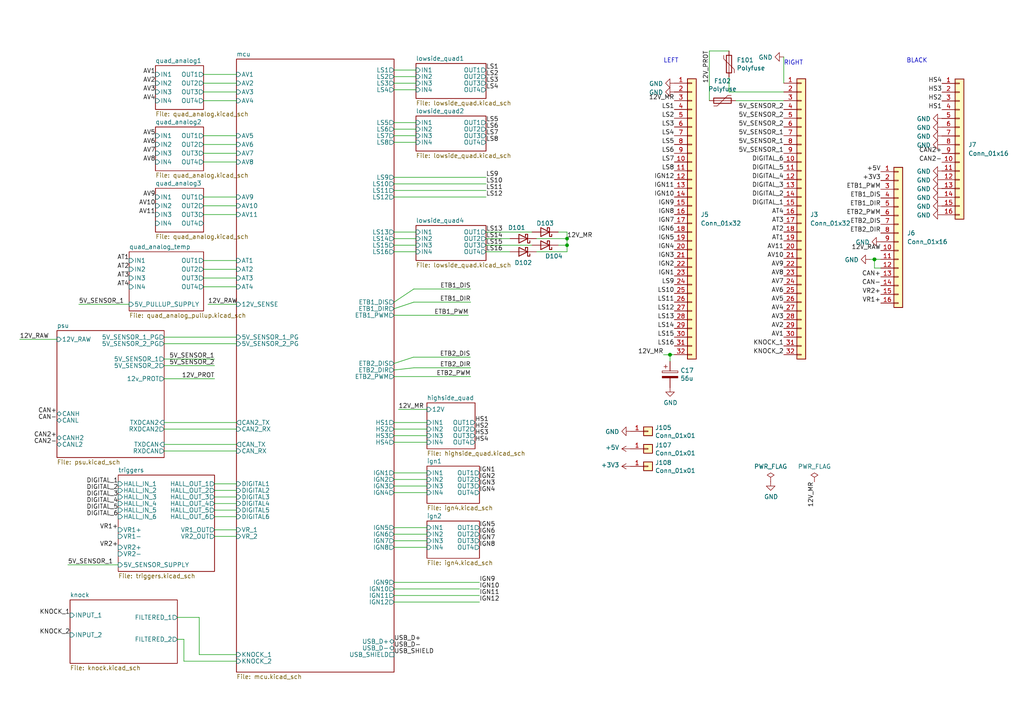
<source format=kicad_sch>
(kicad_sch (version 20211123) (generator eeschema)
  (paper "A4")
  (title_block (title "rusEfi Proteus") (date "2022-04-09") (rev "v0.7") (company "rusEFI") (comment 1 "github.com/mck1117/proteus") (comment 2 "rusefi.com/s/proteus"))
  (lib_symbols
    (symbol "Conn_01x16_1" (pin_names (offset 1.016) hide)
      (property "Reference" "J7" (at 2.54 0.0001 0))
      (property "Value" "Conn_01x16_1" (at 2.54 -2.5399 0))
      (symbol "Conn_01x16_1_1_1"
        (rectangle (start -1.27 -20.193) (end 0 -20.447) (stroke (width 0.1524)))
        (rectangle (start -1.27 -17.653) (end 0 -17.907) (stroke (width 0.1524)))
        (rectangle (start -1.27 -15.113) (end 0 -15.367) (stroke (width 0.1524)))
        (rectangle (start -1.27 -12.573) (end 0 -12.827) (stroke (width 0.1524)))
        (rectangle (start -1.27 -10.033) (end 0 -10.287) (stroke (width 0.1524)))
        (rectangle (start -1.27 -7.493) (end 0 -7.747) (stroke (width 0.1524)))
        (rectangle (start -1.27 -4.953) (end 0 -5.207) (stroke (width 0.1524)))
        (rectangle (start -1.27 -2.413) (end 0 -2.667) (stroke (width 0.1524)))
        (rectangle (start -1.27 0.127) (end 0 -0.127) (stroke (width 0.1524)))
        (rectangle (start -1.27 2.667) (end 0 2.413) (stroke (width 0.1524)))
        (rectangle (start -1.27 5.207) (end 0 4.953) (stroke (width 0.1524)))
        (rectangle (start -1.27 7.747) (end 0 7.493) (stroke (width 0.1524)))
        (rectangle (start -1.27 10.287) (end 0 10.033) (stroke (width 0.1524)))
        (rectangle (start -1.27 12.827) (end 0 12.573) (stroke (width 0.1524)))
        (rectangle (start -1.27 15.367) (end 0 15.113) (stroke (width 0.1524)))
        (rectangle (start -1.27 17.907) (end 0 17.653) (stroke (width 0.1524)))
        (rectangle (start -1.27 19.05) (end 1.27 -21.59) (stroke (width 0.254)) (fill (type background)))
        (pin passive line (at -5.08 17.78 0) (length 3.81) (name "Pin_1") (number "1"))
        (pin passive line (at -5.08 -5.08 0) (length 3.81) (name "Pin_10") (number "10"))
        (pin passive line (at -5.08 -7.62 0) (length 3.81) (name "Pin_11") (number "11"))
        (pin passive line (at -5.08 -10.16 0) (length 3.81) (name "Pin_12") (number "12"))
        (pin passive line (at -5.08 -12.7 0) (length 3.81) (name "Pin_13") (number "13"))
        (pin passive line (at -5.08 -15.24 0) (length 3.81) (name "Pin_14") (number "14"))
        (pin passive line (at -5.08 -17.78 0) (length 3.81) (name "Pin_15") (number "15"))
        (pin passive line (at -5.08 -20.32 0) (length 3.81) (name "Pin_16") (number "16"))
        (pin passive line (at -5.08 15.24 0) (length 3.81) (name "Pin_2") (number "2"))
        (pin passive line (at -5.08 12.7 0) (length 3.81) (name "Pin_3") (number "3"))
        (pin passive line (at -5.08 10.16 0) (length 3.81) (name "Pin_4") (number "4"))
        (pin passive line (at -5.08 7.62 0) (length 3.81) (name "Pin_5") (number "5"))
        (pin passive line (at -5.08 5.08 0) (length 3.81) (name "Pin_6") (number "6"))
        (pin passive line (at -5.08 2.54 0) (length 3.81) (name "Pin_7") (number "7"))
        (pin passive line (at -5.08 0 0) (length 3.81) (name "Pin_8") (number "8"))
        (pin passive line (at -5.08 -2.54 0) (length 3.81) (name "Pin_9") (number "9"))
      )
    )
    (symbol "Conn_01x32_1" (pin_names (offset 1.016) hide)
      (property "Reference" "J5" (at 2.54 0.0001 0))
      (property "Value" "Conn_01x32_1" (at 2.54 -2.5399 0))
      (symbol "Conn_01x32_1_1_1"
        (rectangle (start -1.27 -40.513) (end 0 -40.767) (stroke (width 0.1524)))
        (rectangle (start -1.27 -37.973) (end 0 -38.227) (stroke (width 0.1524)))
        (rectangle (start -1.27 -35.433) (end 0 -35.687) (stroke (width 0.1524)))
        (rectangle (start -1.27 -32.893) (end 0 -33.147) (stroke (width 0.1524)))
        (rectangle (start -1.27 -30.353) (end 0 -30.607) (stroke (width 0.1524)))
        (rectangle (start -1.27 -27.813) (end 0 -28.067) (stroke (width 0.1524)))
        (rectangle (start -1.27 -25.273) (end 0 -25.527) (stroke (width 0.1524)))
        (rectangle (start -1.27 -22.733) (end 0 -22.987) (stroke (width 0.1524)))
        (rectangle (start -1.27 -20.193) (end 0 -20.447) (stroke (width 0.1524)))
        (rectangle (start -1.27 -17.653) (end 0 -17.907) (stroke (width 0.1524)))
        (rectangle (start -1.27 -15.113) (end 0 -15.367) (stroke (width 0.1524)))
        (rectangle (start -1.27 -12.573) (end 0 -12.827) (stroke (width 0.1524)))
        (rectangle (start -1.27 -10.033) (end 0 -10.287) (stroke (width 0.1524)))
        (rectangle (start -1.27 -7.493) (end 0 -7.747) (stroke (width 0.1524)))
        (rectangle (start -1.27 -4.953) (end 0 -5.207) (stroke (width 0.1524)))
        (rectangle (start -1.27 -2.413) (end 0 -2.667) (stroke (width 0.1524)))
        (rectangle (start -1.27 0.127) (end 0 -0.127) (stroke (width 0.1524)))
        (rectangle (start -1.27 2.667) (end 0 2.413) (stroke (width 0.1524)))
        (rectangle (start -1.27 5.207) (end 0 4.953) (stroke (width 0.1524)))
        (rectangle (start -1.27 7.747) (end 0 7.493) (stroke (width 0.1524)))
        (rectangle (start -1.27 10.287) (end 0 10.033) (stroke (width 0.1524)))
        (rectangle (start -1.27 12.827) (end 0 12.573) (stroke (width 0.1524)))
        (rectangle (start -1.27 15.367) (end 0 15.113) (stroke (width 0.1524)))
        (rectangle (start -1.27 17.907) (end 0 17.653) (stroke (width 0.1524)))
        (rectangle (start -1.27 20.447) (end 0 20.193) (stroke (width 0.1524)))
        (rectangle (start -1.27 22.987) (end 0 22.733) (stroke (width 0.1524)))
        (rectangle (start -1.27 25.527) (end 0 25.273) (stroke (width 0.1524)))
        (rectangle (start -1.27 28.067) (end 0 27.813) (stroke (width 0.1524)))
        (rectangle (start -1.27 30.607) (end 0 30.353) (stroke (width 0.1524)))
        (rectangle (start -1.27 33.147) (end 0 32.893) (stroke (width 0.1524)))
        (rectangle (start -1.27 35.687) (end 0 35.433) (stroke (width 0.1524)))
        (rectangle (start -1.27 38.227) (end 0 37.973) (stroke (width 0.1524)))
        (rectangle (start -1.27 39.37) (end 1.27 -41.91) (stroke (width 0.254)) (fill (type background)))
        (pin passive line (at -5.08 38.1 0) (length 3.81) (name "Pin_1") (number "1"))
        (pin passive line (at -5.08 15.24 0) (length 3.81) (name "Pin_10") (number "10"))
        (pin passive line (at -5.08 12.7 0) (length 3.81) (name "Pin_11") (number "11"))
        (pin passive line (at -5.08 10.16 0) (length 3.81) (name "Pin_12") (number "12"))
        (pin passive line (at -5.08 7.62 0) (length 3.81) (name "Pin_13") (number "13"))
        (pin passive line (at -5.08 5.08 0) (length 3.81) (name "Pin_14") (number "14"))
        (pin passive line (at -5.08 2.54 0) (length 3.81) (name "Pin_15") (number "15"))
        (pin passive line (at -5.08 0 0) (length 3.81) (name "Pin_16") (number "16"))
        (pin passive line (at -5.08 -2.54 0) (length 3.81) (name "Pin_17") (number "17"))
        (pin passive line (at -5.08 -5.08 0) (length 3.81) (name "Pin_18") (number "18"))
        (pin passive line (at -5.08 -7.62 0) (length 3.81) (name "Pin_19") (number "19"))
        (pin passive line (at -5.08 35.56 0) (length 3.81) (name "Pin_2") (number "2"))
        (pin passive line (at -5.08 -10.16 0) (length 3.81) (name "Pin_20") (number "20"))
        (pin passive line (at -5.08 -12.7 0) (length 3.81) (name "Pin_21") (number "21"))
        (pin passive line (at -5.08 -15.24 0) (length 3.81) (name "Pin_22") (number "22"))
        (pin passive line (at -5.08 -17.78 0) (length 3.81) (name "Pin_23") (number "23"))
        (pin passive line (at -5.08 -20.32 0) (length 3.81) (name "Pin_24") (number "24"))
        (pin passive line (at -5.08 -22.86 0) (length 3.81) (name "Pin_25") (number "25"))
        (pin passive line (at -5.08 -25.4 0) (length 3.81) (name "Pin_26") (number "26"))
        (pin passive line (at -5.08 -27.94 0) (length 3.81) (name "Pin_27") (number "27"))
        (pin passive line (at -5.08 -30.48 0) (length 3.81) (name "Pin_28") (number "28"))
        (pin passive line (at -5.08 -33.02 0) (length 3.81) (name "Pin_29") (number "29"))
        (pin passive line (at -5.08 33.02 0) (length 3.81) (name "Pin_3") (number "3"))
        (pin passive line (at -5.08 -35.56 0) (length 3.81) (name "Pin_30") (number "30"))
        (pin passive line (at -5.08 -38.1 0) (length 3.81) (name "Pin_31") (number "31"))
        (pin passive line (at -5.08 -40.64 0) (length 3.81) (name "Pin_32") (number "32"))
        (pin passive line (at -5.08 30.48 0) (length 3.81) (name "Pin_4") (number "4"))
        (pin passive line (at -5.08 27.94 0) (length 3.81) (name "Pin_5") (number "5"))
        (pin passive line (at -5.08 25.4 0) (length 3.81) (name "Pin_6") (number "6"))
        (pin passive line (at -5.08 22.86 0) (length 3.81) (name "Pin_7") (number "7"))
        (pin passive line (at -5.08 20.32 0) (length 3.81) (name "Pin_8") (number "8"))
        (pin passive line (at -5.08 17.78 0) (length 3.81) (name "Pin_9") (number "9"))
      )
    )
    (symbol "Connector_Generic:Conn_01x01" (pin_names (offset 1.016) hide)
      (property "Reference" "J" (at 0 2.54 0))
      (property "Value" "Conn_01x01" (at 0 -2.54 0))
      (symbol "Conn_01x01_1_1"
        (rectangle (start -1.27 0.127) (end 0 -0.127) (stroke (width 0.1524)))
        (rectangle (start -1.27 1.27) (end 1.27 -1.27) (stroke (width 0.254)) (fill (type background)))
        (pin passive line (at -5.08 0 0) (length 3.81) (name "Pin_1") (number "1"))
      )
    )
    (symbol "Connector_Generic:Conn_01x16" (pin_names (offset 1.016) hide)
      (property "Reference" "J" (at 0 20.32 0))
      (property "Value" "Conn_01x16" (at 0 -22.86 0))
      (symbol "Conn_01x16_1_1"
        (rectangle (start -1.27 -20.193) (end 0 -20.447) (stroke (width 0.1524)))
        (rectangle (start -1.27 -17.653) (end 0 -17.907) (stroke (width 0.1524)))
        (rectangle (start -1.27 -15.113) (end 0 -15.367) (stroke (width 0.1524)))
        (rectangle (start -1.27 -12.573) (end 0 -12.827) (stroke (width 0.1524)))
        (rectangle (start -1.27 -10.033) (end 0 -10.287) (stroke (width 0.1524)))
        (rectangle (start -1.27 -7.493) (end 0 -7.747) (stroke (width 0.1524)))
        (rectangle (start -1.27 -4.953) (end 0 -5.207) (stroke (width 0.1524)))
        (rectangle (start -1.27 -2.413) (end 0 -2.667) (stroke (width 0.1524)))
        (rectangle (start -1.27 0.127) (end 0 -0.127) (stroke (width 0.1524)))
        (rectangle (start -1.27 2.667) (end 0 2.413) (stroke (width 0.1524)))
        (rectangle (start -1.27 5.207) (end 0 4.953) (stroke (width 0.1524)))
        (rectangle (start -1.27 7.747) (end 0 7.493) (stroke (width 0.1524)))
        (rectangle (start -1.27 10.287) (end 0 10.033) (stroke (width 0.1524)))
        (rectangle (start -1.27 12.827) (end 0 12.573) (stroke (width 0.1524)))
        (rectangle (start -1.27 15.367) (end 0 15.113) (stroke (width 0.1524)))
        (rectangle (start -1.27 17.907) (end 0 17.653) (stroke (width 0.1524)))
        (rectangle (start -1.27 19.05) (end 1.27 -21.59) (stroke (width 0.254)) (fill (type background)))
        (pin passive line (at -5.08 17.78 0) (length 3.81) (name "Pin_1") (number "1"))
        (pin passive line (at -5.08 -5.08 0) (length 3.81) (name "Pin_10") (number "10"))
        (pin passive line (at -5.08 -7.62 0) (length 3.81) (name "Pin_11") (number "11"))
        (pin passive line (at -5.08 -10.16 0) (length 3.81) (name "Pin_12") (number "12"))
        (pin passive line (at -5.08 -12.7 0) (length 3.81) (name "Pin_13") (number "13"))
        (pin passive line (at -5.08 -15.24 0) (length 3.81) (name "Pin_14") (number "14"))
        (pin passive line (at -5.08 -17.78 0) (length 3.81) (name "Pin_15") (number "15"))
        (pin passive line (at -5.08 -20.32 0) (length 3.81) (name "Pin_16") (number "16"))
        (pin passive line (at -5.08 15.24 0) (length 3.81) (name "Pin_2") (number "2"))
        (pin passive line (at -5.08 12.7 0) (length 3.81) (name "Pin_3") (number "3"))
        (pin passive line (at -5.08 10.16 0) (length 3.81) (name "Pin_4") (number "4"))
        (pin passive line (at -5.08 7.62 0) (length 3.81) (name "Pin_5") (number "5"))
        (pin passive line (at -5.08 5.08 0) (length 3.81) (name "Pin_6") (number "6"))
        (pin passive line (at -5.08 2.54 0) (length 3.81) (name "Pin_7") (number "7"))
        (pin passive line (at -5.08 0 0) (length 3.81) (name "Pin_8") (number "8"))
        (pin passive line (at -5.08 -2.54 0) (length 3.81) (name "Pin_9") (number "9"))
      )
    )
    (symbol "Connector_Generic:Conn_01x32" (pin_names (offset 1.016) hide)
      (property "Reference" "J" (at 0 40.64 0))
      (property "Value" "Conn_01x32" (at 0 -43.18 0))
      (symbol "Conn_01x32_1_1"
        (rectangle (start -1.27 -40.513) (end 0 -40.767) (stroke (width 0.1524)))
        (rectangle (start -1.27 -37.973) (end 0 -38.227) (stroke (width 0.1524)))
        (rectangle (start -1.27 -35.433) (end 0 -35.687) (stroke (width 0.1524)))
        (rectangle (start -1.27 -32.893) (end 0 -33.147) (stroke (width 0.1524)))
        (rectangle (start -1.27 -30.353) (end 0 -30.607) (stroke (width 0.1524)))
        (rectangle (start -1.27 -27.813) (end 0 -28.067) (stroke (width 0.1524)))
        (rectangle (start -1.27 -25.273) (end 0 -25.527) (stroke (width 0.1524)))
        (rectangle (start -1.27 -22.733) (end 0 -22.987) (stroke (width 0.1524)))
        (rectangle (start -1.27 -20.193) (end 0 -20.447) (stroke (width 0.1524)))
        (rectangle (start -1.27 -17.653) (end 0 -17.907) (stroke (width 0.1524)))
        (rectangle (start -1.27 -15.113) (end 0 -15.367) (stroke (width 0.1524)))
        (rectangle (start -1.27 -12.573) (end 0 -12.827) (stroke (width 0.1524)))
        (rectangle (start -1.27 -10.033) (end 0 -10.287) (stroke (width 0.1524)))
        (rectangle (start -1.27 -7.493) (end 0 -7.747) (stroke (width 0.1524)))
        (rectangle (start -1.27 -4.953) (end 0 -5.207) (stroke (width 0.1524)))
        (rectangle (start -1.27 -2.413) (end 0 -2.667) (stroke (width 0.1524)))
        (rectangle (start -1.27 0.127) (end 0 -0.127) (stroke (width 0.1524)))
        (rectangle (start -1.27 2.667) (end 0 2.413) (stroke (width 0.1524)))
        (rectangle (start -1.27 5.207) (end 0 4.953) (stroke (width 0.1524)))
        (rectangle (start -1.27 7.747) (end 0 7.493) (stroke (width 0.1524)))
        (rectangle (start -1.27 10.287) (end 0 10.033) (stroke (width 0.1524)))
        (rectangle (start -1.27 12.827) (end 0 12.573) (stroke (width 0.1524)))
        (rectangle (start -1.27 15.367) (end 0 15.113) (stroke (width 0.1524)))
        (rectangle (start -1.27 17.907) (end 0 17.653) (stroke (width 0.1524)))
        (rectangle (start -1.27 20.447) (end 0 20.193) (stroke (width 0.1524)))
        (rectangle (start -1.27 22.987) (end 0 22.733) (stroke (width 0.1524)))
        (rectangle (start -1.27 25.527) (end 0 25.273) (stroke (width 0.1524)))
        (rectangle (start -1.27 28.067) (end 0 27.813) (stroke (width 0.1524)))
        (rectangle (start -1.27 30.607) (end 0 30.353) (stroke (width 0.1524)))
        (rectangle (start -1.27 33.147) (end 0 32.893) (stroke (width 0.1524)))
        (rectangle (start -1.27 35.687) (end 0 35.433) (stroke (width 0.1524)))
        (rectangle (start -1.27 38.227) (end 0 37.973) (stroke (width 0.1524)))
        (rectangle (start -1.27 39.37) (end 1.27 -41.91) (stroke (width 0.254)) (fill (type background)))
        (pin passive line (at -5.08 38.1 0) (length 3.81) (name "Pin_1") (number "1"))
        (pin passive line (at -5.08 15.24 0) (length 3.81) (name "Pin_10") (number "10"))
        (pin passive line (at -5.08 12.7 0) (length 3.81) (name "Pin_11") (number "11"))
        (pin passive line (at -5.08 10.16 0) (length 3.81) (name "Pin_12") (number "12"))
        (pin passive line (at -5.08 7.62 0) (length 3.81) (name "Pin_13") (number "13"))
        (pin passive line (at -5.08 5.08 0) (length 3.81) (name "Pin_14") (number "14"))
        (pin passive line (at -5.08 2.54 0) (length 3.81) (name "Pin_15") (number "15"))
        (pin passive line (at -5.08 0 0) (length 3.81) (name "Pin_16") (number "16"))
        (pin passive line (at -5.08 -2.54 0) (length 3.81) (name "Pin_17") (number "17"))
        (pin passive line (at -5.08 -5.08 0) (length 3.81) (name "Pin_18") (number "18"))
        (pin passive line (at -5.08 -7.62 0) (length 3.81) (name "Pin_19") (number "19"))
        (pin passive line (at -5.08 35.56 0) (length 3.81) (name "Pin_2") (number "2"))
        (pin passive line (at -5.08 -10.16 0) (length 3.81) (name "Pin_20") (number "20"))
        (pin passive line (at -5.08 -12.7 0) (length 3.81) (name "Pin_21") (number "21"))
        (pin passive line (at -5.08 -15.24 0) (length 3.81) (name "Pin_22") (number "22"))
        (pin passive line (at -5.08 -17.78 0) (length 3.81) (name "Pin_23") (number "23"))
        (pin passive line (at -5.08 -20.32 0) (length 3.81) (name "Pin_24") (number "24"))
        (pin passive line (at -5.08 -22.86 0) (length 3.81) (name "Pin_25") (number "25"))
        (pin passive line (at -5.08 -25.4 0) (length 3.81) (name "Pin_26") (number "26"))
        (pin passive line (at -5.08 -27.94 0) (length 3.81) (name "Pin_27") (number "27"))
        (pin passive line (at -5.08 -30.48 0) (length 3.81) (name "Pin_28") (number "28"))
        (pin passive line (at -5.08 -33.02 0) (length 3.81) (name "Pin_29") (number "29"))
        (pin passive line (at -5.08 33.02 0) (length 3.81) (name "Pin_3") (number "3"))
        (pin passive line (at -5.08 -35.56 0) (length 3.81) (name "Pin_30") (number "30"))
        (pin passive line (at -5.08 -38.1 0) (length 3.81) (name "Pin_31") (number "31"))
        (pin passive line (at -5.08 -40.64 0) (length 3.81) (name "Pin_32") (number "32"))
        (pin passive line (at -5.08 30.48 0) (length 3.81) (name "Pin_4") (number "4"))
        (pin passive line (at -5.08 27.94 0) (length 3.81) (name "Pin_5") (number "5"))
        (pin passive line (at -5.08 25.4 0) (length 3.81) (name "Pin_6") (number "6"))
        (pin passive line (at -5.08 22.86 0) (length 3.81) (name "Pin_7") (number "7"))
        (pin passive line (at -5.08 20.32 0) (length 3.81) (name "Pin_8") (number "8"))
        (pin passive line (at -5.08 17.78 0) (length 3.81) (name "Pin_9") (number "9"))
      )
    )
    (symbol "Device:CP" (pin_numbers hide) (pin_names (offset 0.254))
      (property "Reference" "C" (at 0.635 2.54 0))
      (property "Value" "Device_CP" (at 0.635 -2.54 0))
      (symbol "CP_0_1"
        (rectangle (start -2.286 0.508) (end 2.286 1.016))
        (polyline (pts (xy -1.778 2.286) (xy -0.762 2.286)))
        (polyline (pts (xy -1.27 2.794) (xy -1.27 1.778)))
        (rectangle (start 2.286 -0.508) (end -2.286 -1.016) (fill (type outline)))
      )
      (symbol "CP_1_1"
        (pin passive line (at 0 3.81 270) (length 2.794) (name "~") (number "1"))
        (pin passive line (at 0 -3.81 90) (length 2.794) (name "~") (number "2"))
      )
    )
    (symbol "Device:D_Schottky" (pin_numbers hide) (pin_names (offset 1.016) hide)
      (property "Reference" "D" (at 0 2.54 0))
      (property "Value" "D_Schottky" (at 0 -2.54 0))
      (symbol "D_Schottky_0_1"
        (polyline (pts (xy 1.27 0) (xy -1.27 0)))
        (polyline (pts (xy 1.27 1.27) (xy 1.27 -1.27) (xy -1.27 0) (xy 1.27 1.27)) (stroke (width 0.254)))
        (polyline (pts (xy -1.905 0.635) (xy -1.905 1.27) (xy -1.27 1.27) (xy -1.27 -1.27) (xy -0.635 -1.27) (xy -0.635 -0.635)) (stroke (width 0.254)))
      )
      (symbol "D_Schottky_1_1"
        (pin passive line (at -3.81 0 0) (length 2.54) (name "K") (number "1"))
        (pin passive line (at 3.81 0 180) (length 2.54) (name "A") (number "2"))
      )
    )
    (symbol "Device:Polyfuse" (pin_numbers hide) (pin_names (offset 0))
      (property "Reference" "F" (at -2.54 0 90))
      (property "Value" "Polyfuse" (at 2.54 0 90))
      (symbol "Polyfuse_0_1"
        (rectangle (start -0.762 2.54) (end 0.762 -2.54) (stroke (width 0.254)))
        (polyline (pts (xy 0 2.54) (xy 0 -2.54)))
        (polyline (pts (xy -1.524 2.54) (xy -1.524 1.524) (xy 1.524 -1.524) (xy 1.524 -2.54)))
      )
      (symbol "Polyfuse_1_1"
        (pin passive line (at 0 3.81 270) (length 1.27) (name "~") (number "1"))
        (pin passive line (at 0 -3.81 90) (length 1.27) (name "~") (number "2"))
      )
    )
    (symbol "power:+3.3V" (power) (pin_names (offset 0))
      (property "Value" "+3.3V" (at 0 3.556 0))
      (symbol "+3.3V_0_1"
        (polyline (pts (xy -0.762 1.27) (xy 0 2.54)))
        (polyline (pts (xy 0 0) (xy 0 2.54)))
        (polyline (pts (xy 0 2.54) (xy 0.762 1.27)))
      )
      (symbol "+3.3V_1_1"
        (pin power_in line (at 0 0 90) (length 0) hide (name "+3V3") (number "1"))
      )
    )
    (symbol "power:+5V" (power) (pin_names (offset 0))
      (property "Value" "+5V" (at 0 3.556 0))
      (symbol "+5V_0_1"
        (polyline (pts (xy -0.762 1.27) (xy 0 2.54)))
        (polyline (pts (xy 0 0) (xy 0 2.54)))
        (polyline (pts (xy 0 2.54) (xy 0.762 1.27)))
      )
      (symbol "+5V_1_1"
        (pin power_in line (at 0 0 90) (length 0) hide (name "+5V") (number "1"))
      )
    )
    (symbol "power:GND" (power) (pin_names (offset 0))
      (property "Value" "GND" (at 0 -3.81 0))
      (symbol "GND_0_1"
        (polyline (pts (xy 0 0) (xy 0 -1.27) (xy 1.27 -1.27) (xy 0 -2.54) (xy -1.27 -1.27) (xy 0 -1.27)))
      )
      (symbol "GND_1_1"
        (pin power_in line (at 0 0 270) (length 0) hide (name "GND") (number "1"))
      )
    )
    (symbol "power:PWR_FLAG" (power) (pin_numbers hide) (pin_names (offset 0) hide)
      (property "Value" "PWR_FLAG" (at 0 3.81 0))
      (symbol "PWR_FLAG_0_0"
        (pin power_out line (at 0 0 90) (length 0) (name "pwr") (number "1"))
      )
      (symbol "PWR_FLAG_0_1"
        (polyline (pts (xy 0 0) (xy 0 1.27) (xy -1.016 1.905) (xy 0 2.54) (xy 1.016 1.905) (xy 0 1.27)))
      )
    )
  )
  (junction (at 164.465 69.215))
  (junction (at 164.465 71.12))
  (junction (at 253.6325 75.2096))
  (junction (at 194.343 102.899))
  (junction (at 253.6325 75.2399))
  (junction (at 194.31 102.87))
  (wire (pts (xy 62.23 144.145) (xy 68.58 144.145)))
  (wire (pts (xy 114.3 168.91) (xy 139.065 168.91)))
  (wire (pts (xy 194.31 102.87) (xy 195.58 102.87)))
  (wire (pts (xy 62.23 106.045) (xy 47.625 106.045)))
  (wire (pts (xy 19.685 163.83) (xy 34.29 163.83)))
  (wire (pts (xy 47.625 124.46) (xy 68.58 124.46)))
  (wire (pts (xy 147.955 69.215) (xy 140.97 69.215)))
  (wire (pts (xy 164.465 69.215) (xy 164.465 67.31)))
  (wire (pts (xy 123.825 142.875) (xy 114.3 142.875)))
  (wire (pts (xy 123.825 158.75) (xy 114.3 158.75)))
  (wire (pts (xy 114.3 35.56) (xy 120.65 35.56)))
  (wire (pts (xy 253.6325 75.2399) (xy 253.6325 77.7496)))
  (wire (pts (xy 114.3 71.12) (xy 120.65 71.12)))
  (wire (pts (xy 114.3 128.27) (xy 123.825 128.27)))
  (wire (pts (xy 114.3 153.035) (xy 123.825 153.035)))
  (wire (pts (xy 192.438 102.899) (xy 194.343 102.899)))
  (wire (pts (xy 114.3 174.625) (xy 139.065 174.625)))
  (wire (pts (xy 140.97 67.31) (xy 154.305 67.31)))
  (wire (pts (xy 120.65 73.025) (xy 114.3 73.025)))
  (wire (pts (xy 62.23 147.955) (xy 68.58 147.955)))
  (wire (pts (xy 114.3 53.34) (xy 140.97 53.34)))
  (wire (pts (xy 140.97 71.12) (xy 154.305 71.12)))
  (wire (pts (xy 120.015 106.68) (xy 114.3 107.315)))
  (wire (pts (xy 115.57 118.745) (xy 123.825 118.745)))
  (wire (pts (xy 114.3 67.31) (xy 120.65 67.31)))
  (wire (pts (xy 147.955 73.025) (xy 140.97 73.025)))
  (wire (pts (xy 164.465 67.31) (xy 161.925 67.31)))
  (wire (pts (xy 114.3 55.245) (xy 140.97 55.245)))
  (wire (pts (xy 213.36 29.21) (xy 227.33 29.21)))
  (wire (pts (xy 68.58 130.81) (xy 47.625 130.81)))
  (wire (pts (xy 120.65 41.275) (xy 114.3 41.275)))
  (wire (pts (xy 68.58 29.21) (xy 59.055 29.21)))
  (wire (pts (xy 253.6325 75.2096) (xy 253.6325 75.2399)))
  (wire (pts (xy 68.58 142.24) (xy 62.23 142.24)))
  (wire (pts (xy 114.3 91.44) (xy 135.89 91.44)))
  (wire (pts (xy 227.33 26.67) (xy 211.455 26.67)))
  (wire (pts (xy 114.3 20.32) (xy 120.65 20.32)))
  (wire (pts (xy 57.785 189.865) (xy 68.58 189.865)))
  (wire (pts (xy 114.3 109.22) (xy 136.525 109.22)))
  (wire (pts (xy 120.015 83.82) (xy 136.525 83.82)))
  (wire (pts (xy 68.58 59.69) (xy 59.055 59.69)))
  (wire (pts (xy 194.343 104.804) (xy 194.343 102.899)))
  (wire (pts (xy 59.055 57.15) (xy 68.58 57.15)))
  (wire (pts (xy 5.715 98.425) (xy 16.51 98.425)))
  (wire (pts (xy 161.925 71.12) (xy 164.465 71.12)))
  (wire (pts (xy 205.74 14.7786) (xy 205.74 29.21)))
  (wire (pts (xy 120.65 22.225) (xy 114.3 22.225)))
  (wire (pts (xy 62.23 140.335) (xy 68.58 140.335)))
  (wire (pts (xy 51.435 185.42) (xy 53.34 185.42)))
  (wire (pts (xy 123.825 140.97) (xy 114.3 140.97)))
  (wire (pts (xy 59.055 44.45) (xy 68.58 44.45)))
  (wire (pts (xy 47.625 97.79) (xy 68.58 97.79)))
  (wire (pts (xy 47.625 99.695) (xy 68.58 99.695)))
  (wire (pts (xy 47.625 109.855) (xy 62.23 109.855)))
  (wire (pts (xy 59.055 75.565) (xy 68.58 75.565)))
  (wire (pts (xy 53.34 185.42) (xy 53.34 191.77)))
  (wire (pts (xy 59.055 39.37) (xy 68.58 39.37)))
  (wire (pts (xy 114.3 137.16) (xy 123.825 137.16)))
  (wire (pts (xy 120.65 69.215) (xy 114.3 69.215)))
  (wire (pts (xy 60.325 88.265) (xy 68.58 88.265)))
  (wire (pts (xy 68.58 78.105) (xy 59.055 78.105)))
  (wire (pts (xy 62.23 153.67) (xy 68.58 153.67)))
  (wire (pts (xy 227.33 16.51) (xy 227.33 24.13)))
  (wire (pts (xy 114.3 39.37) (xy 120.65 39.37)))
  (wire (pts (xy 47.625 128.905) (xy 68.58 128.905)))
  (wire (pts (xy 59.055 80.645) (xy 68.58 80.645)))
  (wire (pts (xy 120.65 26.035) (xy 114.3 26.035)))
  (wire (pts (xy 120.015 83.82) (xy 114.3 87.63)))
  (wire (pts (xy 164.465 73.025) (xy 164.465 71.12)))
  (wire (pts (xy 123.825 126.365) (xy 114.3 126.365)))
  (wire (pts (xy 114.3 170.815) (xy 139.065 170.815)))
  (wire (pts (xy 53.34 191.77) (xy 68.58 191.77)))
  (wire (pts (xy 59.055 62.23) (xy 68.58 62.23)))
  (wire (pts (xy 59.055 26.67) (xy 68.58 26.67)))
  (wire (pts (xy 120.015 87.63) (xy 136.525 87.63)))
  (wire (pts (xy 119.9173 103.5911) (xy 136.4273 103.5911)))
  (wire (pts (xy 68.58 146.05) (xy 62.23 146.05)))
  (wire (pts (xy 68.58 46.99) (xy 59.055 46.99)))
  (wire (pts (xy 47.625 104.14) (xy 62.23 104.14)))
  (wire (pts (xy 211.455 26.67) (xy 211.4402 22.3986)))
  (wire (pts (xy 155.575 73.025) (xy 164.465 73.025)))
  (wire (pts (xy 68.58 83.185) (xy 59.055 83.185)))
  (wire (pts (xy 68.58 24.13) (xy 59.055 24.13)))
  (wire (pts (xy 114.3 172.72) (xy 139.065 172.72)))
  (wire (pts (xy 252.3119 75.2399) (xy 253.6325 75.2399)))
  (wire (pts (xy 22.86 88.265) (xy 37.465 88.265)))
  (wire (pts (xy 62.23 149.86) (xy 68.58 149.86)))
  (wire (pts (xy 164.465 69.215) (xy 155.575 69.215)))
  (wire (pts (xy 114.3 57.15) (xy 140.97 57.15)))
  (wire (pts (xy 119.9173 103.5911) (xy 114.3 105.41)))
  (wire (pts (xy 253.6325 77.7496) (xy 255.4645 77.7496)))
  (wire (pts (xy 47.625 122.555) (xy 68.58 122.555)))
  (wire (pts (xy 123.825 122.555) (xy 114.3 122.555)))
  (wire (pts (xy 51.435 179.07) (xy 57.785 179.07)))
  (wire (pts (xy 164.465 71.12) (xy 164.465 69.215)))
  (wire (pts (xy 120.015 87.63) (xy 114.3 89.535)))
  (wire (pts (xy 114.3 156.845) (xy 123.825 156.845)))
  (wire (pts (xy 114.3 51.435) (xy 140.97 51.435)))
  (wire (pts (xy 255.4645 75.2096) (xy 253.6325 75.2096)))
  (wire (pts (xy 114.3 37.465) (xy 120.65 37.465)))
  (wire (pts (xy 59.055 21.59) (xy 68.58 21.59)))
  (wire (pts (xy 114.3 139.065) (xy 123.825 139.065)))
  (wire (pts (xy 123.825 154.94) (xy 114.3 154.94)))
  (wire (pts (xy 120.015 106.68) (xy 136.525 106.68)))
  (wire (pts (xy 211.4402 14.7786) (xy 205.74 14.7786)))
  (wire (pts (xy 68.58 41.91) (xy 59.055 41.91)))
  (wire (pts (xy 57.785 179.07) (xy 57.785 189.865)))
  (wire (pts (xy 68.58 155.575) (xy 62.23 155.575)))
  (wire (pts (xy 114.3 124.46) (xy 123.825 124.46)))
  (wire (pts (xy 114.3 24.13) (xy 120.65 24.13)))
  (wire (pts (xy 194.31 102.87) (xy 194.343 102.899)))
  (text "LEFT" (at 192.405 18.415 0) (effects (font (size 1.27 1.27)) (justify left bottom)))
  (text "BLACK" (at 262.89 18.415 0) (effects (font (size 1.27 1.27)) (justify left bottom)))
  (text "RIGHT" (at 227.33 19.05 0) (effects (font (size 1.27 1.27)) (justify left bottom)))
  (label "LS16" (at 140.97 73.025 0))
  (label "12V_RAW" (at 5.715 98.425 0))
  (label "DIGITAL_1" (at 227.33 59.69 180))
  (label "HS4" (at 137.795 128.27 0))
  (label "KNOCK_1" (at 227.33 100.33 180))
  (label "AV7" (at 227.33 82.55 180))
  (label "AT3" (at 37.465 80.645 180))
  (label "CAN2-" (at 273.2114 47.0519 180))
  (label "AV3" (at 227.33 92.71 180))
  (label "AV7" (at 45.085 44.45 180))
  (label "IGN10" (at 139.065 170.815 0))
  (label "ETB2_DIR" (at 255.4645 67.5896 180))
  (label "AV8" (at 227.33 80.01 180))
  (label "AV9" (at 227.33 77.47 180))
  (label "CAN-" (at 255.4645 82.8296 180))
  (label "DIGITAL_6" (at 34.29 149.86 180))
  (label "HS2" (at 273.2114 29.2719 180))
  (label "AV9" (at 45.085 57.15 180))
  (label "CAN2+" (at 16.51 127 180))
  (label "IGN11" (at 195.58 54.61 180))
  (label "AV11" (at 227.33 72.39 180))
  (label "AV1" (at 45.085 21.59 180))
  (label "AT1" (at 37.465 75.565 180))
  (label "+5V" (at 255.4645 49.8096 180))
  (label "DIGITAL_3" (at 227.33 54.61 180))
  (label "AT1" (at 227.33 69.85 180))
  (label "LS9" (at 195.58 82.55 180))
  (label "IGN8" (at 139.065 158.75 0))
  (label "AV4" (at 227.33 90.17 180))
  (label "5V_SENSOR_1" (at 227.33 39.37 180))
  (label "5V_SENSOR_1" (at 227.33 41.91 180))
  (label "LS1" (at 195.58 31.75 180))
  (label "ETB2_DIS" (at 255.4645 65.0496 180))
  (label "ETB2_DIR" (at 136.525 106.68 180))
  (label "VR2+" (at 34.29 158.75 180))
  (label "LS16" (at 195.58 100.33 180))
  (label "5V_SENSOR_2" (at 227.33 34.29 180))
  (label "ETB1_DIR" (at 255.4645 59.9696 180))
  (label "12V_MR" (at 236.22 139.7 270))
  (label "DIGITAL_1" (at 34.29 140.335 180))
  (label "LS5" (at 140.97 35.56 0))
  (label "LS7" (at 195.58 46.99 180))
  (label "IGN7" (at 139.065 156.845 0))
  (label "5V_SENSOR_1" (at 19.685 163.83 0))
  (label "IGN5" (at 195.58 69.85 180))
  (label "LS13" (at 195.58 92.71 180))
  (label "12V_PROT" (at 62.23 109.855 180))
  (label "AV2" (at 227.33 95.25 180))
  (label "LS7" (at 140.97 39.37 0))
  (label "DIGITAL_2" (at 227.33 57.15 180))
  (label "AV6" (at 227.33 85.09 180))
  (label "LS2" (at 195.58 34.29 180))
  (label "5V_SENSOR_2" (at 62.23 106.045 180))
  (label "IGN5" (at 139.065 153.035 0))
  (label "5V_SENSOR_1" (at 62.23 104.14 180))
  (label "IGN1" (at 139.065 137.16 0))
  (label "USB_D-" (at 114.3 187.96 0))
  (label "IGN4" (at 195.58 72.39 180))
  (label "IGN2" (at 139.065 139.065 0))
  (label "AT3" (at 227.33 64.77 180))
  (label "DIGITAL_5" (at 227.33 49.53 180))
  (label "KNOCK_2" (at 227.33 102.87 180))
  (label "CAN2-" (at 16.51 128.905 180))
  (label "AV2" (at 45.085 24.13 180))
  (label "12V_MR" (at 192.438 102.899 180))
  (label "USB_SHIELD" (at 114.3 189.865 0))
  (label "5V_SENSOR_1" (at 227.33 44.45 180))
  (label "DIGITAL_5" (at 34.29 147.955 180))
  (label "HS2" (at 137.795 124.46 0))
  (label "IGN10" (at 195.58 57.15 180))
  (label "AT2" (at 37.465 78.105 180))
  (label "LS4" (at 140.97 26.035 0))
  (label "12V_MR" (at 164.465 69.215 0))
  (label "LS3" (at 195.58 36.83 180))
  (label "LS4" (at 195.58 39.37 180))
  (label "LS11" (at 195.58 87.63 180))
  (label "LS8" (at 195.58 49.53 180))
  (label "CAN+" (at 255.4645 80.2896 180))
  (label "IGN6" (at 139.065 154.94 0))
  (label "LS15" (at 195.58 97.79 180))
  (label "HS1" (at 137.795 122.555 0))
  (label "LS8" (at 140.97 41.275 0))
  (label "IGN7" (at 195.58 64.77 180))
  (label "VR1+" (at 255.4645 87.9096 180))
  (label "AV1" (at 227.33 97.79 180))
  (label "DIGITAL_3" (at 34.29 144.145 180))
  (label "ETB2_DIS" (at 136.4273 103.5911 180))
  (label "LS2" (at 140.97 22.225 0))
  (label "12V_RAW" (at 255.4645 72.6696 180))
  (label "IGN1" (at 195.58 80.01 180))
  (label "+3V3" (at 255.4645 52.3496 180))
  (label "AV11" (at 45.085 62.23 180))
  (label "AT2" (at 227.33 67.31 180))
  (label "IGN9" (at 195.58 59.69 180))
  (label "IGN3" (at 195.58 74.93 180))
  (label "LS3" (at 140.97 24.13 0))
  (label "IGN11" (at 139.065 172.72 0))
  (label "5V_SENSOR_2" (at 227.33 31.75 180))
  (label "LS15" (at 140.97 71.12 0))
  (label "USB_D+" (at 114.3 186.055 0))
  (label "KNOCK_2" (at 20.32 184.15 180))
  (label "AV8" (at 45.085 46.99 180))
  (label "AT4" (at 227.33 62.23 180))
  (label "LS1" (at 140.97 20.32 0))
  (label "AV10" (at 227.33 74.93 180))
  (label "IGN12" (at 195.58 52.07 180))
  (label "12V_RAW" (at 60.325 88.265 0))
  (label "LS12" (at 195.58 90.17 180))
  (label "AV5" (at 227.33 87.63 180))
  (label "IGN8" (at 195.58 62.23 180))
  (label "ETB1_DIS" (at 136.525 83.82 180))
  (label "IGN2" (at 195.58 77.47 180))
  (label "CAN2+" (at 273.2114 44.5119 180))
  (label "LS10" (at 140.97 53.34 0))
  (label "5V_SENSOR_2" (at 227.33 36.83 180))
  (label "LS6" (at 195.58 44.45 180))
  (label "12V_PROT" (at 205.74 24.13 90))
  (label "12V_MR" (at 195.58 29.21 180))
  (label "AT4" (at 37.465 83.185 180))
  (label "HS1" (at 273.2114 31.8119 180))
  (label "CAN-" (at 16.51 121.92 180))
  (label "12V_MR" (at 115.57 118.745 0))
  (label "ETB2_PWM" (at 255.4645 62.5096 180))
  (label "LS10" (at 195.58 85.09 180))
  (label "ETB2_PWM" (at 136.525 109.22 180))
  (label "ETB1_PWM" (at 255.4645 54.8896 180))
  (label "LS9" (at 140.97 51.435 0))
  (label "AV5" (at 45.085 39.37 180))
  (label "AV4" (at 45.085 29.21 180))
  (label "HS3" (at 137.795 126.365 0))
  (label "ETB1_DIS" (at 255.4645 57.4296 180))
  (label "IGN3" (at 139.065 140.97 0))
  (label "AV10" (at 45.085 59.69 180))
  (label "LS5" (at 195.58 41.91 180))
  (label "IGN9" (at 139.065 168.91 0))
  (label "HS3" (at 273.2114 26.7319 180))
  (label "LS12" (at 140.97 57.15 0))
  (label "CAN+" (at 16.51 120.015 180))
  (label "LS6" (at 140.97 37.465 0))
  (label "ETB1_PWM" (at 135.89 91.44 180))
  (label "AV6" (at 45.085 41.91 180))
  (label "VR2+" (at 255.4645 85.3696 180))
  (label "ETB1_DIR" (at 136.525 87.63 180))
  (label "LS14" (at 195.58 95.25 180))
  (label "DIGITAL_2" (at 34.29 142.24 180))
  (label "AV3" (at 45.085 26.67 180))
  (label "DIGITAL_6" (at 227.33 46.99 180))
  (label "LS14" (at 140.97 69.215 0))
  (label "HS4" (at 273.2114 24.1919 180))
  (label "VR1+" (at 34.29 153.67 180))
  (label "IGN12" (at 139.065 174.625 0))
  (label "5V_SENSOR_1" (at 22.86 88.265 0))
  (label "DIGITAL_4" (at 34.29 146.05 180))
  (label "LS13" (at 140.97 67.31 0))
  (label "IGN4" (at 139.065 142.875 0))
  (label "LS11" (at 140.97 55.245 0))
  (label "IGN6" (at 195.58 67.31 180))
  (label "KNOCK_1" (at 20.32 178.435 180))
  (label "DIGITAL_4" (at 227.33 52.07 180))
  (symbol (lib_id "power:GND") (at 252.3119 75.2399 270) (unit 1)
    (property "Reference" "#PWR0101" (effects hide))
    (property "Value" "GND" (at 249.0607 75.3669 90) (effects (justify right)))
  )
  (symbol (lib_id "power:GND") (at 273.2114 39.4319 270) (unit 1)
    (property "Reference" "#PWR0140" (effects hide))
    (property "Value" "GND" (at 269.9602 39.5589 90) (effects (justify right)))
  )
  (symbol (lib_id "power:GND") (at 227.33 16.51 270) (unit 1)
    (property "Reference" "#PWR0142" (effects hide))
    (property "Value" "GND" (at 224.0788 16.637 90) (effects (justify right)))
  )
  (symbol (lib_id "power:GND") (at 273.2114 41.9719 270) (unit 1)
    (property "Reference" "#PWR0209" (effects hide))
    (property "Value" "GND" (at 269.9602 42.0989 90) (effects (justify right)))
  )
  (symbol (lib_id "power:GND") (at 273.2114 34.3519 270) (unit 1)
    (property "Reference" "#PWR0112" (effects hide))
    (property "Value" "GND" (at 269.9602 34.4789 90) (effects (justify right)))
  )
  (symbol (lib_id "Device:Polyfuse") (at 211.4402 18.5886 180) (unit 1)
    (property "Reference" "F101" (at 213.6754 17.4202 0) (effects (justify right)))
    (property "Value" "Polyfuse" (at 213.6754 19.7316 0) (effects (justify right)))
    (property "Footprint" "Resistor_SMD:R_1206_3216Metric" (effects hide))
    (property "PN" "1206L012WR" (effects hide))
    (property "LCSC" "C207035" (effects hide))
    (property "LCSC_ext" "1" (effects hide))
  )
  (symbol (lib_id "Device:Polyfuse") (at 209.55 29.21 90) (unit 1)
    (property "Reference" "F102" (at 209.55 23.495 90))
    (property "Value" "Polyfuse" (at 209.55 25.8064 90))
    (property "Footprint" "Resistor_SMD:R_1206_3216Metric" (effects hide))
    (property "PN" "1206L012WR" (effects hide))
    (property "LCSC" "C207035" (effects hide))
    (property "LCSC_ext" "1" (effects hide))
  )
  (symbol (lib_id "Connector_Generic:Conn_01x01") (at 187.96 125.095 0) (unit 1)
    (property "Reference" "J105" (at 189.992 124.0282 0) (effects (justify left)))
    (property "Value" "Conn_01x01" (at 189.992 126.3396 0) (effects (justify left)))
    (property "Footprint" "TestPoint:TestPoint_Pad_D3.0mm" (effects hide))
    (property "LCSC" "N/A" (effects hide))
  )
  (symbol (lib_id "Connector_Generic:Conn_01x01") (at 187.96 130.175 0) (unit 1)
    (property "Reference" "J107" (at 189.992 129.1082 0) (effects (justify left)))
    (property "Value" "Conn_01x01" (at 189.992 131.4196 0) (effects (justify left)))
    (property "Footprint" "TestPoint:TestPoint_Pad_D3.0mm" (effects hide))
    (property "LCSC" "N/A" (effects hide))
  )
  (symbol (lib_id "Connector_Generic:Conn_01x01") (at 187.96 135.255 0) (unit 1)
    (property "Reference" "J108" (at 189.992 134.1882 0) (effects (justify left)))
    (property "Value" "Conn_01x01" (at 189.992 136.4996 0) (effects (justify left)))
    (property "Footprint" "TestPoint:TestPoint_Pad_D3.0mm" (effects hide))
    (property "LCSC" "N/A" (effects hide))
  )
  (symbol (lib_id "power:GND") (at 182.88 125.095 270) (unit 1)
    (property "Reference" "#PWR0248" (effects hide))
    (property "Value" "GND" (at 179.6288 125.222 90) (effects (justify right)))
  )
  (symbol (lib_id "power:+3.3V") (at 182.88 135.255 90) (unit 1)
    (property "Reference" "#PWR0249" (effects hide))
    (property "Value" "+3.3V" (at 179.6288 134.874 90) (effects (justify left)))
  )
  (symbol (lib_id "power:+5V") (at 182.88 130.175 90) (unit 1)
    (property "Reference" "#PWR0250" (effects hide))
    (property "Value" "+5V" (at 179.6288 129.794 90) (effects (justify left)))
  )
  (symbol (lib_id "power:PWR_FLAG") (at 236.22 139.7 0) (unit 1)
    (property "Reference" "#FLG0108" (effects hide))
    (property "Value" "PWR_FLAG" (at 236.22 135.3058 0))
  )
  (symbol (lib_id "power:GND") (at 223.52 139.7 0) (unit 1)
    (property "Reference" "#PWR0217" (effects hide))
    (property "Value" "GND" (at 223.647 144.0942 0))
  )
  (symbol (lib_id "power:PWR_FLAG") (at 223.52 139.7 0) (unit 1)
    (property "Reference" "#FLG0103" (effects hide))
    (property "Value" "PWR_FLAG" (at 223.52 135.3058 0))
  )
  (symbol (lib_id "power:GND") (at 273.2114 36.8919 270) (unit 1)
    (property "Reference" "#PWR0107" (effects hide))
    (property "Value" "GND" (at 269.9602 37.0189 90) (effects (justify right)))
  )
  (symbol (lib_id "Device:D_Schottky") (at 151.765 73.025 180) (unit 1)
    (property "Reference" "D102" (at 151.765 76.2 0))
    (property "Value" "D_Schottky" (effects hide))
    (property "Footprint" "Diode_SMD:D_SMA" (effects hide))
    (property "LCSC" "C8678" (effects hide))
    (property "LCSC_ext" "0" (effects hide))
  )
  (symbol (lib_id "Device:D_Schottky") (at 158.115 71.12 180) (unit 1)
    (property "Reference" "D104" (at 160.655 74.295 0))
    (property "Value" "D_Schottky" (effects hide))
    (property "Footprint" "Diode_SMD:D_SMA" (effects hide))
    (property "LCSC" "C8678" (effects hide))
    (property "LCSC_ext" "0" (effects hide))
  )
  (symbol (lib_id "Device:D_Schottky") (at 151.765 69.215 180) (unit 1)
    (property "Reference" "D101" (at 149.86 66.04 0))
    (property "Value" "D_Schottky" (effects hide))
    (property "Footprint" "Diode_SMD:D_SMA" (effects hide))
    (property "LCSC" "C8678" (effects hide))
    (property "LCSC_ext" "0" (effects hide))
  )
  (symbol (lib_id "Device:D_Schottky") (at 158.115 67.31 180) (unit 1)
    (property "Reference" "D103" (at 158.115 64.77 0))
    (property "Value" "D_Schottky" (effects hide))
    (property "Footprint" "Diode_SMD:D_SMA" (effects hide))
    (property "LCSC" "C8678" (effects hide))
    (property "LCSC_ext" "0" (effects hide))
  )
  (symbol (lib_id "Device:CP") (at 194.343 108.614 0) (unit 1)
    (property "Reference" "C17" (at 197.3402 107.4456 0) (effects (justify left)))
    (property "Value" "56u" (at 197.3402 109.757 0) (effects (justify left)))
    (property "Footprint" "Capacitor_THT:CP_Radial_D8.0mm_P3.50mm" (effects hide))
    (property "LCSC" "N/A" (effects hide))
    (property "PN" "EEH-AZF1H560B" (effects hide))
  )
  (symbol (lib_id "power:GND") (at 194.343 112.424 0) (unit 1)
    (property "Reference" "#PWR0314" (effects hide))
    (property "Value" "GND" (at 194.47 116.8182 0))
  )
  (symbol (lib_id "power:GND") (at 255.4645 70.1296 270) (unit 1)
    (property "Reference" "#PWR0321" (effects hide))
    (property "Value" "GND" (at 252.2133 70.2566 90) (effects (justify right)))
  )
  (symbol (lib_id "power:GND") (at 273.2114 57.2119 270) (unit 1)
    (property "Reference" "#PWR0151" (effects hide))
    (property "Value" "GND" (at 269.9602 57.3389 90) (effects (justify right)))
  )
  (symbol (lib_id "power:GND") (at 195.58 26.67 270) (unit 1)
    (property "Reference" "#PWR0135" (effects hide))
    (property "Value" "GND" (at 192.3288 26.797 90) (effects (justify right)))
  )
  (symbol (lib_id "power:GND") (at 273.2114 49.5919 270) (unit 1)
    (property "Reference" "#PWR0152" (effects hide))
    (property "Value" "GND" (at 269.9602 49.7189 90) (effects (justify right)))
  )
  (symbol (lib_name "Conn_01x32_1") (lib_id "Connector_Generic:Conn_01x32") (at 200.66 62.23 0) (unit 1)
    (property "Reference" "J5" (at 203.2 62.2299 0) (effects (justify left)))
    (property "Value" "Conn_01x32" (at 203.2 64.7699 0) (effects (justify left)))
    (property "Footprint" "Connector_PinHeader_2.54mm:PinHeader_1x32_P2.54mm_Vertical" (effects hide))
  )
  (symbol (lib_id "power:GND") (at 195.58 24.13 270) (unit 1)
    (property "Reference" "#PWR0144" (effects hide))
    (property "Value" "GND" (at 192.3288 24.257 90) (effects (justify right)))
  )
  (symbol (lib_id "power:GND") (at 273.2114 54.6719 270) (unit 1)
    (property "Reference" "#PWR0147" (effects hide))
    (property "Value" "GND" (at 269.9602 54.7989 90) (effects (justify right)))
  )
  (symbol (lib_id "Connector_Generic:Conn_01x32") (at 232.41 62.23 0) (unit 1)
    (property "Reference" "J3" (at 234.95 62.2299 0) (effects (justify left)))
    (property "Value" "Conn_01x32" (at 234.95 64.7699 0) (effects (justify left)))
    (property "Footprint" "Connector_PinHeader_2.54mm:PinHeader_1x32_P2.54mm_Vertical" (effects hide))
  )
  (symbol (lib_name "Conn_01x16_1") (lib_id "Connector_Generic:Conn_01x16") (at 278.2914 41.9719 0) (unit 1)
    (property "Reference" "J7" (at 280.8314 41.9718 0) (effects (justify left)))
    (property "Value" "Conn_01x16" (at 280.8314 44.5118 0) (effects (justify left)))
    (property "Footprint" "Connector_PinHeader_2.54mm:PinHeader_1x16_P2.54mm_Vertical" (effects hide))
  )
  (symbol (lib_id "power:GND") (at 273.2114 59.7519 270) (unit 1)
    (property "Reference" "#PWR0150" (effects hide))
    (property "Value" "GND" (at 269.9602 59.8789 90) (effects (justify right)))
  )
  (symbol (lib_id "power:GND") (at 273.2114 62.2919 270) (unit 1)
    (property "Reference" "#PWR0145" (effects hide))
    (property "Value" "GND" (at 269.9602 62.4189 90) (effects (justify right)))
  )
  (symbol (lib_id "power:GND") (at 273.2114 52.1319 270) (unit 1)
    (property "Reference" "#PWR0146" (effects hide))
    (property "Value" "GND" (at 269.9602 52.2589 90) (effects (justify right)))
  )
  (symbol (lib_id "Connector_Generic:Conn_01x16") (at 260.5445 67.5896 0) (unit 1)
    (property "Reference" "J6" (at 263.0845 67.5895 0) (effects (justify left)))
    (property "Value" "Conn_01x16" (at 263.0845 70.1295 0) (effects (justify left)))
    (property "Footprint" "Connector_PinHeader_2.54mm:PinHeader_1x16_P2.54mm_Vertical" (effects hide))
  )
  (sheet (at 123.825 135.2042) (size 15.24 10.795)
    (property "Sheet name" "ign1" (at 123.825 134.4926 0) (effects (justify left bottom)))
    (property "Sheet file" "ign4.kicad_sch" (at 123.825 146.5838 0) (effects (justify left top)))
    (pin "OUT1" output (at 139.065 137.16 0))
    (pin "OUT2" output (at 139.065 139.065 0))
    (pin "OUT3" output (at 139.065 140.97 0))
    (pin "OUT4" output (at 139.065 142.875 0))
    (pin "IN1" input (at 123.825 137.16 180))
    (pin "IN2" input (at 123.825 139.065 180))
    (pin "IN3" input (at 123.825 140.97 180))
    (pin "IN4" input (at 123.825 142.875 180))
  )
  (sheet (at 120.65 18.415) (size 20.32 10.16)
    (property "Sheet name" "lowside_quad1" (at 120.65 17.7034 0) (effects (justify left bottom)))
    (property "Sheet file" "lowside_quad.kicad_sch" (at 120.65 29.1596 0) (effects (justify left top)))
    (pin "OUT1" output (at 140.97 20.32 0))
    (pin "OUT2" output (at 140.97 22.225 0))
    (pin "IN1" input (at 120.65 20.32 180))
    (pin "IN2" input (at 120.65 22.225 180))
    (pin "OUT3" output (at 140.97 24.13 0))
    (pin "OUT4" output (at 140.97 26.035 0))
    (pin "IN3" input (at 120.65 24.13 180))
    (pin "IN4" input (at 120.65 26.035 180))
  )
  (sheet (at 123.825 151.13) (size 15.24 10.795)
    (property "Sheet name" "ign2" (at 123.825 150.4184 0) (effects (justify left bottom)))
    (property "Sheet file" "ign4.kicad_sch" (at 123.825 162.5096 0) (effects (justify left top)))
    (pin "OUT1" output (at 139.065 153.035 0))
    (pin "OUT2" output (at 139.065 154.94 0))
    (pin "OUT3" output (at 139.065 156.845 0))
    (pin "OUT4" output (at 139.065 158.75 0))
    (pin "IN1" input (at 123.825 153.035 180))
    (pin "IN2" input (at 123.825 154.94 180))
    (pin "IN3" input (at 123.825 156.845 180))
    (pin "IN4" input (at 123.825 158.75 180))
  )
  (sheet (at 68.58 17.145) (size 45.72 177.8)
    (property "Sheet name" "mcu" (at 68.58 16.4334 0) (effects (justify left bottom)))
    (property "Sheet file" "mcu.kicad_sch" (at 68.58 195.5296 0) (effects (justify left top)))
    (pin "LS1" output (at 114.3 20.32 0))
    (pin "LS2" output (at 114.3 22.225 0))
    (pin "LS3" output (at 114.3 24.13 0))
    (pin "LS4" output (at 114.3 26.035 0))
    (pin "LS5" output (at 114.3 35.56 0))
    (pin "LS6" output (at 114.3 37.465 0))
    (pin "LS7" output (at 114.3 39.37 0))
    (pin "LS8" output (at 114.3 41.275 0))
    (pin "LS9" output (at 114.3 51.435 0))
    (pin "LS10" output (at 114.3 53.34 0))
    (pin "LS11" output (at 114.3 55.245 0))
    (pin "LS13" output (at 114.3 67.31 0))
    (pin "LS12" output (at 114.3 57.15 0))
    (pin "LS14" output (at 114.3 69.215 0))
    (pin "LS15" output (at 114.3 71.12 0))
    (pin "LS16" output (at 114.3 73.025 0))
    (pin "AV1" input (at 68.58 21.59 180))
    (pin "AV2" input (at 68.58 24.13 180))
    (pin "AV3" input (at 68.58 26.67 180))
    (pin "AV4" input (at 68.58 29.21 180))
    (pin "AV5" input (at 68.58 39.37 180))
    (pin "AV6" input (at 68.58 41.91 180))
    (pin "AV7" input (at 68.58 44.45 180))
    (pin "AV8" input (at 68.58 46.99 180))
    (pin "AV9" input (at 68.58 57.15 180))
    (pin "AV10" input (at 68.58 59.69 180))
    (pin "AV11" input (at 68.58 62.23 180))
    (pin "AT1" input (at 68.58 75.565 180))
    (pin "AT2" input (at 68.58 78.105 180))
    (pin "AT3" input (at 68.58 80.645 180))
    (pin "AT4" input (at 68.58 83.185 180))
    (pin "5V_SENSOR_1_PG" input (at 68.58 97.79 180))
    (pin "5V_SENSOR_2_PG" input (at 68.58 99.695 180))
    (pin "ETB1_DIS" output (at 114.3 87.63 0))
    (pin "ETB1_DIR" output (at 114.3 89.535 0))
    (pin "ETB1_PWM" output (at 114.3 91.44 0))
    (pin "ETB2_DIS" output (at 114.3 105.41 0))
    (pin "ETB2_DIR" output (at 114.3 107.315 0))
    (pin "ETB2_PWM" output (at 114.3 109.22 0))
    (pin "HS1" output (at 114.3 122.555 0))
    (pin "HS2" output (at 114.3 124.46 0))
    (pin "HS3" output (at 114.3 126.365 0))
    (pin "HS4" output (at 114.3 128.27 0))
    (pin "12V_SENSE" input (at 68.58 88.265 180))
    (pin "CAN_TX" output (at 68.58 128.905 180))
    (pin "CAN_RX" input (at 68.58 130.81 180))
    (pin "DIGITAL1" input (at 68.58 140.335 180))
    (pin "DIGITAL2" input (at 68.58 142.24 180))
    (pin "DIGITAL3" input (at 68.58 144.145 180))
    (pin "DIGITAL4" input (at 68.58 146.05 180))
    (pin "DIGITAL5" input (at 68.58 147.955 180))
    (pin "DIGITAL6" input (at 68.58 149.86 180))
    (pin "IGN1" output (at 114.3 137.16 0))
    (pin "IGN2" output (at 114.3 139.065 0))
    (pin "IGN3" output (at 114.3 140.97 0))
    (pin "IGN4" output (at 114.3 142.875 0))
    (pin "IGN5" output (at 114.3 153.035 0))
    (pin "IGN6" output (at 114.3 154.94 0))
    (pin "IGN7" output (at 114.3 156.845 0))
    (pin "IGN8" output (at 114.3 158.75 0))
    (pin "IGN9" output (at 114.3 168.91 0))
    (pin "IGN10" output (at 114.3 170.815 0))
    (pin "IGN11" output (at 114.3 172.72 0))
    (pin "IGN12" output (at 114.3 174.625 0))
    (pin "USB_D-" bidirectional (at 114.3 187.96 0))
    (pin "USB_D+" bidirectional (at 114.3 186.055 0))
    (pin "USB_SHIELD" passive (at 114.3 189.865 0))
    (pin "KNOCK_1" input (at 68.58 189.865 180))
    (pin "KNOCK_2" input (at 68.58 191.77 180))
    (pin "CAN2_TX" output (at 68.58 122.555 180))
    (pin "CAN2_RX" input (at 68.58 124.46 180))
    (pin "VR_1" input (at 68.58 153.67 180))
    (pin "VR_2" input (at 68.58 155.575 180))
  )
  (sheet (at 120.65 33.655) (size 20.32 10.16)
    (property "Sheet name" "lowside_quad2" (at 120.65 32.9434 0) (effects (justify left bottom)))
    (property "Sheet file" "lowside_quad.kicad_sch" (at 120.65 44.3996 0) (effects (justify left top)))
    (pin "OUT1" output (at 140.97 35.56 0))
    (pin "OUT2" output (at 140.97 37.465 0))
    (pin "IN1" input (at 120.65 35.56 180))
    (pin "IN2" input (at 120.65 37.465 180))
    (pin "OUT3" output (at 140.97 39.37 0))
    (pin "OUT4" output (at 140.97 41.275 0))
    (pin "IN3" input (at 120.65 39.37 180))
    (pin "IN4" input (at 120.65 41.275 180))
  )
  (sheet (at 120.65 65.405) (size 20.32 10.16)
    (property "Sheet name" "lowside_quad4" (at 120.65 64.6934 0) (effects (justify left bottom)))
    (property "Sheet file" "lowside_quad.kicad_sch" (at 120.65 76.1496 0) (effects (justify left top)))
    (pin "OUT1" output (at 140.97 67.31 0))
    (pin "OUT2" output (at 140.97 69.215 0))
    (pin "IN1" input (at 120.65 67.31 180))
    (pin "IN2" input (at 120.65 69.215 180))
    (pin "OUT3" output (at 140.97 71.12 0))
    (pin "OUT4" output (at 140.97 73.025 0))
    (pin "IN3" input (at 120.65 71.12 180))
    (pin "IN4" input (at 120.65 73.025 180))
  )
  (sheet (at 45.085 19.05) (size 13.97 12.7)
    (property "Sheet name" "quad_analog1" (at 45.085 18.3384 0) (effects (justify left bottom)))
    (property "Sheet file" "quad_analog.kicad_sch" (at 45.085 32.3346 0) (effects (justify left top)))
    (pin "IN1" input (at 45.085 21.59 180))
    (pin "IN2" input (at 45.085 24.13 180))
    (pin "IN3" input (at 45.085 26.67 180))
    (pin "IN4" input (at 45.085 29.21 180))
    (pin "OUT1" output (at 59.055 21.59 0))
    (pin "OUT2" output (at 59.055 24.13 0))
    (pin "OUT3" output (at 59.055 26.67 0))
    (pin "OUT4" output (at 59.055 29.21 0))
  )
  (sheet (at 45.085 36.83) (size 13.97 12.7)
    (property "Sheet name" "quad_analog2" (at 45.085 36.1184 0) (effects (justify left bottom)))
    (property "Sheet file" "quad_analog.kicad_sch" (at 45.085 50.1146 0) (effects (justify left top)))
    (pin "IN1" input (at 45.085 39.37 180))
    (pin "IN2" input (at 45.085 41.91 180))
    (pin "IN3" input (at 45.085 44.45 180))
    (pin "IN4" input (at 45.085 46.99 180))
    (pin "OUT1" output (at 59.055 39.37 0))
    (pin "OUT2" output (at 59.055 41.91 0))
    (pin "OUT3" output (at 59.055 44.45 0))
    (pin "OUT4" output (at 59.055 46.99 0))
  )
  (sheet (at 45.085 54.61) (size 13.97 12.7)
    (property "Sheet name" "quad_analog3" (at 45.085 53.8984 0) (effects (justify left bottom)))
    (property "Sheet file" "quad_analog.kicad_sch" (at 45.085 67.8946 0) (effects (justify left top)))
    (pin "IN1" input (at 45.085 57.15 180))
    (pin "IN2" input (at 45.085 59.69 180))
    (pin "IN3" input (at 45.085 62.23 180))
    (pin "IN4" input (at 45.085 64.77 180))
    (pin "OUT1" output (at 59.055 57.15 0))
    (pin "OUT2" output (at 59.055 59.69 0))
    (pin "OUT3" output (at 59.055 62.23 0))
    (pin "OUT4" output (at 59.055 64.77 0))
  )
  (sheet (at 16.51 95.885) (size 31.115 36.83)
    (property "Sheet name" "psu" (at 16.51 95.1734 0) (effects (justify left bottom)))
    (property "Sheet file" "psu.kicad_sch" (at 16.51 133.2996 0) (effects (justify left top)))
    (pin "12V_RAW" input (at 16.51 98.425 180))
    (pin "5V_SENSOR_1" output (at 47.625 104.14 0))
    (pin "5V_SENSOR_1_PG" output (at 47.625 97.79 0))
    (pin "5V_SENSOR_2" output (at 47.625 106.045 0))
    (pin "5V_SENSOR_2_PG" output (at 47.625 99.695 0))
    (pin "CANH" bidirectional (at 16.51 120.015 180))
    (pin "CANL" bidirectional (at 16.51 121.92 180))
    (pin "TXDCAN" input (at 47.625 128.905 0))
    (pin "RXDCAN" output (at 47.625 130.81 0))
    (pin "12v_PROT" output (at 47.625 109.855 0))
    (pin "TXDCAN2" input (at 47.625 122.555 0))
    (pin "RXDCAN2" output (at 47.625 124.46 0))
    (pin "CANH2" bidirectional (at 16.51 127 180))
    (pin "CANL2" bidirectional (at 16.51 128.905 180))
  )
  (sheet (at 37.465 73.025) (size 21.59 17.145)
    (property "Sheet name" "quad_analog_temp" (at 37.465 72.3134 0) (effects (justify left bottom)))
    (property "Sheet file" "quad_analog_pullup.kicad_sch" (at 37.465 90.7546 0) (effects (justify left top)))
    (pin "IN1" input (at 37.465 75.565 180))
    (pin "IN2" input (at 37.465 78.105 180))
    (pin "IN3" input (at 37.465 80.645 180))
    (pin "IN4" input (at 37.465 83.185 180))
    (pin "OUT1" output (at 59.055 75.565 0))
    (pin "OUT2" output (at 59.055 78.105 0))
    (pin "OUT3" output (at 59.055 80.645 0))
    (pin "OUT4" output (at 59.055 83.185 0))
    (pin "5V_PULLUP_SUPPLY" input (at 37.465 88.265 180))
  )
  (sheet (at 123.825 116.84) (size 13.97 13.335)
    (property "Sheet name" "highside_quad" (at 123.825 116.1284 0) (effects (justify left bottom)))
    (property "Sheet file" "highside_quad.kicad_sch" (at 123.825 130.7596 0) (effects (justify left top)))
    (pin "12V" input (at 123.825 118.745 180))
    (pin "OUT1" output (at 137.795 122.555 0))
    (pin "OUT2" output (at 137.795 124.46 0))
    (pin "OUT3" output (at 137.795 126.365 0))
    (pin "OUT4" output (at 137.795 128.27 0))
    (pin "IN1" input (at 123.825 122.555 180))
    (pin "IN2" input (at 123.825 124.46 180))
    (pin "IN3" input (at 123.825 126.365 180))
    (pin "IN4" input (at 123.825 128.27 180))
  )
  (sheet (at 34.29 137.795) (size 27.94 27.94)
    (property "Sheet name" "triggers" (at 34.29 137.0834 0) (effects (justify left bottom)))
    (property "Sheet file" "triggers.kicad_sch" (at 34.29 166.3196 0) (effects (justify left top)))
    (pin "HALL_IN_1" input (at 34.29 140.335 180))
    (pin "5V_SENSOR_SUPPLY" input (at 34.29 163.83 180))
    (pin "HALL_OUT_1" output (at 62.23 140.335 0))
    (pin "HALL_IN_2" input (at 34.29 142.24 180))
    (pin "HALL_OUT_2" output (at 62.23 142.24 0))
    (pin "HALL_IN_3" input (at 34.29 144.145 180))
    (pin "HALL_OUT_3" output (at 62.23 144.145 0))
    (pin "HALL_IN_4" input (at 34.29 146.05 180))
    (pin "HALL_OUT_4" output (at 62.23 146.05 0))
    (pin "VR1+" input (at 34.29 153.67 180))
    (pin "VR1-" input (at 34.29 155.575 180))
    (pin "VR2+" input (at 34.29 158.75 180))
    (pin "VR2-" input (at 34.29 160.655 180))
    (pin "VR1_OUT" output (at 62.23 153.67 0))
    (pin "VR2_OUT" output (at 62.23 155.575 0))
    (pin "HALL_IN_5" input (at 34.29 147.955 180))
    (pin "HALL_IN_6" input (at 34.29 149.86 180))
    (pin "HALL_OUT_5" output (at 62.23 147.955 0))
    (pin "HALL_OUT_6" output (at 62.23 149.86 0))
  )
  (sheet (at 20.32 173.99) (size 31.115 18.415)
    (property "Sheet name" "knock" (at 20.32 173.2784 0) (effects (justify left bottom)))
    (property "Sheet file" "knock.kicad_sch" (at 20.32 192.9896 0) (effects (justify left top)))
    (pin "FILTERED_1" output (at 51.435 179.07 0))
    (pin "INPUT_1" input (at 20.32 178.435 180))
    (pin "FILTERED_2" output (at 51.435 185.42 0))
    (pin "INPUT_2" input (at 20.32 184.15 180))
  )
)
</source>
